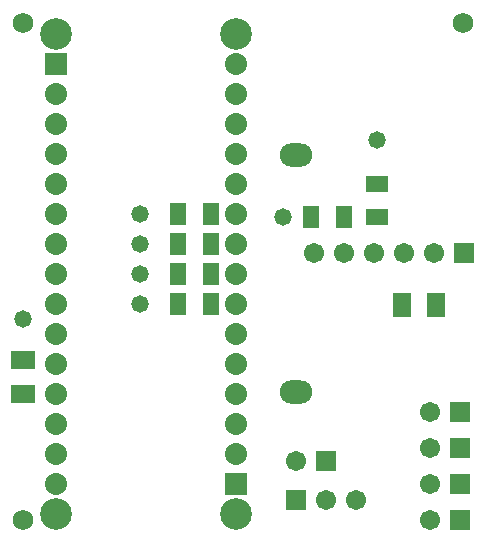
<source format=gts>
G04*
G04 #@! TF.GenerationSoftware,Altium Limited,Altium Designer,21.2.2 (38)*
G04*
G04 Layer_Color=8388736*
%FSLAX25Y25*%
%MOIN*%
G70*
G04*
G04 #@! TF.SameCoordinates,C48038F6-0F47-47EE-9322-7A70BF747E44*
G04*
G04*
G04 #@! TF.FilePolarity,Negative*
G04*
G01*
G75*
%ADD13R,0.05918X0.07887*%
%ADD14R,0.07887X0.05918*%
%ADD15R,0.07296X0.05524*%
%ADD16R,0.05524X0.07296*%
%ADD17C,0.06800*%
%ADD18R,0.06706X0.06706*%
%ADD19C,0.06706*%
%ADD20R,0.07355X0.07355*%
%ADD21C,0.07355*%
%ADD22C,0.10544*%
%ADD23O,0.10800X0.07800*%
%ADD24C,0.05800*%
D13*
X133083Y78500D02*
D03*
X144500D02*
D03*
D14*
X7000Y60417D02*
D03*
Y49000D02*
D03*
D15*
X125000Y107988D02*
D03*
Y119012D02*
D03*
D16*
X102988Y108000D02*
D03*
X114012D02*
D03*
X58476Y109000D02*
D03*
X69500D02*
D03*
X58488Y79000D02*
D03*
X69512D02*
D03*
X58488Y99000D02*
D03*
X69512D02*
D03*
X58488Y89000D02*
D03*
X69512D02*
D03*
D17*
X7000Y7000D02*
D03*
Y172500D02*
D03*
X153500D02*
D03*
D18*
X108000Y26500D02*
D03*
X98000Y13500D02*
D03*
X152500Y31000D02*
D03*
Y43000D02*
D03*
Y19000D02*
D03*
Y7000D02*
D03*
X154000Y96000D02*
D03*
D19*
X98000Y26500D02*
D03*
X108000Y13500D02*
D03*
X118000D02*
D03*
X142500Y31000D02*
D03*
Y43000D02*
D03*
Y19000D02*
D03*
Y7000D02*
D03*
X144000Y96000D02*
D03*
X134000D02*
D03*
X124000D02*
D03*
X114000D02*
D03*
X104000D02*
D03*
D20*
X18000Y159000D02*
D03*
X78000Y19000D02*
D03*
D21*
X18000Y149000D02*
D03*
Y139000D02*
D03*
Y129000D02*
D03*
Y119000D02*
D03*
Y109000D02*
D03*
Y99000D02*
D03*
Y89000D02*
D03*
Y79000D02*
D03*
Y69000D02*
D03*
Y59000D02*
D03*
Y49000D02*
D03*
Y39000D02*
D03*
Y29000D02*
D03*
Y19000D02*
D03*
X78000Y29000D02*
D03*
Y39000D02*
D03*
Y49000D02*
D03*
Y59000D02*
D03*
Y69000D02*
D03*
Y79000D02*
D03*
Y89000D02*
D03*
Y99000D02*
D03*
Y109000D02*
D03*
Y119000D02*
D03*
Y129000D02*
D03*
Y139000D02*
D03*
Y149000D02*
D03*
Y159000D02*
D03*
D22*
X18000Y169000D02*
D03*
X78000D02*
D03*
Y9000D02*
D03*
X18000D02*
D03*
D23*
X98000Y49500D02*
D03*
Y128500D02*
D03*
D24*
X93500Y108000D02*
D03*
X46000Y109000D02*
D03*
Y99000D02*
D03*
Y89000D02*
D03*
Y79000D02*
D03*
X7000Y74000D02*
D03*
X125000Y133500D02*
D03*
M02*

</source>
